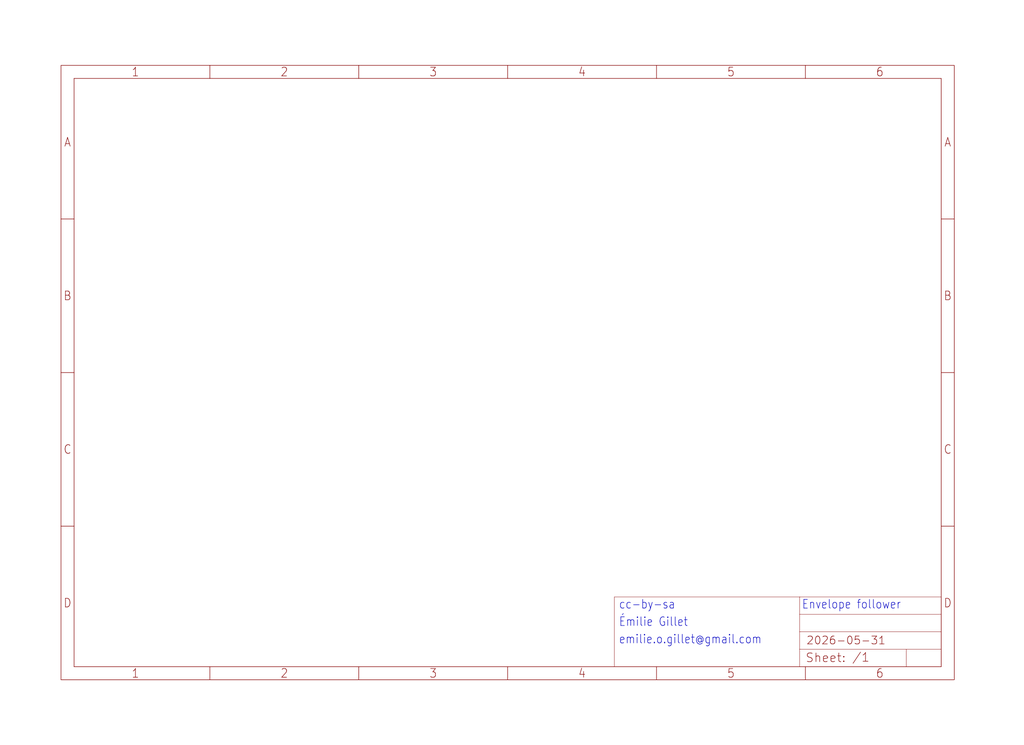
<source format=kicad_sch>
(kicad_sch (version 20230121) (generator eeschema)
  (paper "User" 298.45 217.17)
  (lib_symbols
    (symbol "mikrophonie_v2_panel-eagle-import:A4L-LOC"
      (symbol "A4L-LOC_1_0"
        (polyline (pts (xy 0 44.7675) (xy 3.81 44.7675)))
        (polyline (pts (xy 0 89.535) (xy 3.81 89.535)))
        (polyline (pts (xy 0 134.3025) (xy 3.81 134.3025)))
        (polyline (pts (xy 3.81 3.81) (xy 3.81 175.26)))
        (polyline (pts (xy 43.3917 0) (xy 43.3917 3.81)))
        (polyline (pts (xy 43.3917 175.26) (xy 43.3917 179.07)))
        (polyline (pts (xy 86.7833 0) (xy 86.7833 3.81)))
        (polyline (pts (xy 86.7833 175.26) (xy 86.7833 179.07)))
        (polyline (pts (xy 130.175 0) (xy 130.175 3.81)))
        (polyline (pts (xy 130.175 175.26) (xy 130.175 179.07)))
        (polyline (pts (xy 161.29 3.81) (xy 161.29 24.13)) (stroke (width 0.1016)))
        (polyline (pts (xy 161.29 24.13) (xy 215.265 24.13)) (stroke (width 0.1016)))
        (polyline (pts (xy 173.5667 0) (xy 173.5667 3.81)))
        (polyline (pts (xy 173.5667 175.26) (xy 173.5667 179.07)))
        (polyline (pts (xy 215.265 8.89) (xy 215.265 3.81)) (stroke (width 0.1016)))
        (polyline (pts (xy 215.265 8.89) (xy 215.265 13.97)) (stroke (width 0.1016)))
        (polyline (pts (xy 215.265 13.97) (xy 215.265 19.05)) (stroke (width 0.1016)))
        (polyline (pts (xy 215.265 13.97) (xy 256.54 13.97)) (stroke (width 0.1016)))
        (polyline (pts (xy 215.265 19.05) (xy 215.265 24.13)) (stroke (width 0.1016)))
        (polyline (pts (xy 215.265 19.05) (xy 256.54 19.05)) (stroke (width 0.1016)))
        (polyline (pts (xy 215.265 24.13) (xy 256.54 24.13)) (stroke (width 0.1016)))
        (polyline (pts (xy 216.9583 0) (xy 216.9583 3.81)))
        (polyline (pts (xy 216.9583 175.26) (xy 216.9583 179.07)))
        (polyline (pts (xy 246.38 3.81) (xy 246.38 8.89)) (stroke (width 0.1016)))
        (polyline (pts (xy 246.38 8.89) (xy 215.265 8.89)) (stroke (width 0.1016)))
        (polyline (pts (xy 246.38 8.89) (xy 256.54 8.89)) (stroke (width 0.1016)))
        (polyline (pts (xy 256.54 3.81) (xy 3.81 3.81)))
        (polyline (pts (xy 256.54 3.81) (xy 256.54 8.89)) (stroke (width 0.1016)))
        (polyline (pts (xy 256.54 3.81) (xy 256.54 175.26)))
        (polyline (pts (xy 256.54 8.89) (xy 256.54 13.97)) (stroke (width 0.1016)))
        (polyline (pts (xy 256.54 13.97) (xy 256.54 19.05)) (stroke (width 0.1016)))
        (polyline (pts (xy 256.54 19.05) (xy 256.54 24.13)) (stroke (width 0.1016)))
        (polyline (pts (xy 256.54 44.7675) (xy 260.35 44.7675)))
        (polyline (pts (xy 256.54 89.535) (xy 260.35 89.535)))
        (polyline (pts (xy 256.54 134.3025) (xy 260.35 134.3025)))
        (polyline (pts (xy 256.54 175.26) (xy 3.81 175.26)))
        (polyline (pts (xy 0 0) (xy 260.35 0) (xy 260.35 179.07) (xy 0 179.07) (xy 0 0)))
        (text "${#}/${##}" (at 230.505 5.08 0) (effects (font (size 2.54 2.54)) (justify left bottom)))
        (text "${CURRENT_DATE}" (at 217.17 10.16 0) (effects (font (size 2.286 2.286)) (justify left bottom)))
        (text "${PROJECTNAME}" (at 217.17 15.24 0) (effects (font (size 2.54 2.54)) (justify left bottom)))
        (text "1" (at 21.6958 1.905 0) (effects (font (size 2.54 2.286))))
        (text "1" (at 21.6958 177.165 0) (effects (font (size 2.54 2.286))))
        (text "2" (at 65.0875 1.905 0) (effects (font (size 2.54 2.286))))
        (text "2" (at 65.0875 177.165 0) (effects (font (size 2.54 2.286))))
        (text "3" (at 108.4792 1.905 0) (effects (font (size 2.54 2.286))))
        (text "3" (at 108.4792 177.165 0) (effects (font (size 2.54 2.286))))
        (text "4" (at 151.8708 1.905 0) (effects (font (size 2.54 2.286))))
        (text "4" (at 151.8708 177.165 0) (effects (font (size 2.54 2.286))))
        (text "5" (at 195.2625 1.905 0) (effects (font (size 2.54 2.286))))
        (text "5" (at 195.2625 177.165 0) (effects (font (size 2.54 2.286))))
        (text "6" (at 238.6542 1.905 0) (effects (font (size 2.54 2.286))))
        (text "6" (at 238.6542 177.165 0) (effects (font (size 2.54 2.286))))
        (text "A" (at 1.905 156.6863 0) (effects (font (size 2.54 2.286))))
        (text "A" (at 258.445 156.6863 0) (effects (font (size 2.54 2.286))))
        (text "B" (at 1.905 111.9188 0) (effects (font (size 2.54 2.286))))
        (text "B" (at 258.445 111.9188 0) (effects (font (size 2.54 2.286))))
        (text "C" (at 1.905 67.1513 0) (effects (font (size 2.54 2.286))))
        (text "C" (at 258.445 67.1513 0) (effects (font (size 2.54 2.286))))
        (text "D" (at 1.905 22.3838 0) (effects (font (size 2.54 2.286))))
        (text "D" (at 258.445 22.3838 0) (effects (font (size 2.54 2.286))))
        (text "Sheet:" (at 216.916 4.953 0) (effects (font (size 2.54 2.54)) (justify left bottom)))
      )
    )
  )
  (text "emilie.o.gillet@gmail.com" (at 180.34 187.96 0) (effects (font (size 2.54 2.159)) (justify left bottom)))
  (text "Émilie Gillet" (at 180.34 182.88 0) (effects (font (size 2.54 2.159)) (justify left bottom)))
  (text "Envelope follower" (at 233.68 177.8 0) (effects (font (size 2.54 2.159)) (justify left bottom)))
  (text "cc-by-sa" (at 180.34 177.8 0) (effects (font (size 2.54 2.159)) (justify left bottom)))
  (symbol (lib_id "mikrophonie_v2_panel-eagle-import:A4L-LOC") (at 17.78 198.12 0) (unit 1)
    (property "Reference" "#FRAME1" (effects hide))
    (property "Value" "A4L-LOC" (effects hide))
  )
)
</source>
